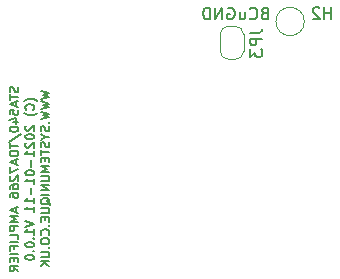
<source format=gbr>
G04 #@! TF.GenerationSoftware,KiCad,Pcbnew,5.1.4+dfsg1-1~bpo10+1*
G04 #@! TF.CreationDate,2020-12-25T00:52:37+00:00*
G04 #@! TF.ProjectId,Multi Watt Amplifier,4d756c74-6920-4576-9174-7420416d706c,rev?*
G04 #@! TF.SameCoordinates,Original*
G04 #@! TF.FileFunction,Legend,Bot*
G04 #@! TF.FilePolarity,Positive*
%FSLAX46Y46*%
G04 Gerber Fmt 4.6, Leading zero omitted, Abs format (unit mm)*
G04 Created by KiCad (PCBNEW 5.1.4+dfsg1-1~bpo10+1) date 2020-12-25 00:52:37*
%MOMM*%
%LPD*%
G04 APERTURE LIST*
%ADD10C,0.187500*%
%ADD11C,0.120000*%
%ADD12C,0.150000*%
G04 APERTURE END LIST*
D10*
X143531071Y-87236428D02*
X143566785Y-87343571D01*
X143566785Y-87522142D01*
X143531071Y-87593571D01*
X143495357Y-87629285D01*
X143423928Y-87665000D01*
X143352500Y-87665000D01*
X143281071Y-87629285D01*
X143245357Y-87593571D01*
X143209642Y-87522142D01*
X143173928Y-87379285D01*
X143138214Y-87307857D01*
X143102500Y-87272142D01*
X143031071Y-87236428D01*
X142959642Y-87236428D01*
X142888214Y-87272142D01*
X142852500Y-87307857D01*
X142816785Y-87379285D01*
X142816785Y-87557857D01*
X142852500Y-87665000D01*
X142816785Y-87879285D02*
X142816785Y-88307857D01*
X143566785Y-88093571D02*
X142816785Y-88093571D01*
X143352500Y-88522142D02*
X143352500Y-88879285D01*
X143566785Y-88450714D02*
X142816785Y-88700714D01*
X143566785Y-88950714D01*
X142816785Y-89557857D02*
X142816785Y-89200714D01*
X143173928Y-89165000D01*
X143138214Y-89200714D01*
X143102500Y-89272142D01*
X143102500Y-89450714D01*
X143138214Y-89522142D01*
X143173928Y-89557857D01*
X143245357Y-89593571D01*
X143423928Y-89593571D01*
X143495357Y-89557857D01*
X143531071Y-89522142D01*
X143566785Y-89450714D01*
X143566785Y-89272142D01*
X143531071Y-89200714D01*
X143495357Y-89165000D01*
X143066785Y-90236428D02*
X143566785Y-90236428D01*
X142781071Y-90057857D02*
X143316785Y-89879285D01*
X143316785Y-90343571D01*
X142816785Y-90772142D02*
X142816785Y-90843571D01*
X142852500Y-90915000D01*
X142888214Y-90950714D01*
X142959642Y-90986428D01*
X143102500Y-91022142D01*
X143281071Y-91022142D01*
X143423928Y-90986428D01*
X143495357Y-90950714D01*
X143531071Y-90915000D01*
X143566785Y-90843571D01*
X143566785Y-90772142D01*
X143531071Y-90700714D01*
X143495357Y-90665000D01*
X143423928Y-90629285D01*
X143281071Y-90593571D01*
X143102500Y-90593571D01*
X142959642Y-90629285D01*
X142888214Y-90665000D01*
X142852500Y-90700714D01*
X142816785Y-90772142D01*
X142781071Y-91879285D02*
X143745357Y-91236428D01*
X142816785Y-92022142D02*
X142816785Y-92450714D01*
X143566785Y-92236428D02*
X142816785Y-92236428D01*
X143566785Y-92700714D02*
X142816785Y-92700714D01*
X142816785Y-92879285D01*
X142852500Y-92986428D01*
X142923928Y-93057857D01*
X142995357Y-93093571D01*
X143138214Y-93129285D01*
X143245357Y-93129285D01*
X143388214Y-93093571D01*
X143459642Y-93057857D01*
X143531071Y-92986428D01*
X143566785Y-92879285D01*
X143566785Y-92700714D01*
X143352500Y-93415000D02*
X143352500Y-93772142D01*
X143566785Y-93343571D02*
X142816785Y-93593571D01*
X143566785Y-93843571D01*
X142816785Y-94022142D02*
X142816785Y-94522142D01*
X143566785Y-94200714D01*
X142888214Y-94772142D02*
X142852500Y-94807857D01*
X142816785Y-94879285D01*
X142816785Y-95057857D01*
X142852500Y-95129285D01*
X142888214Y-95165000D01*
X142959642Y-95200714D01*
X143031071Y-95200714D01*
X143138214Y-95165000D01*
X143566785Y-94736428D01*
X143566785Y-95200714D01*
X142816785Y-95843571D02*
X142816785Y-95700714D01*
X142852500Y-95629285D01*
X142888214Y-95593571D01*
X142995357Y-95522142D01*
X143138214Y-95486428D01*
X143423928Y-95486428D01*
X143495357Y-95522142D01*
X143531071Y-95557857D01*
X143566785Y-95629285D01*
X143566785Y-95772142D01*
X143531071Y-95843571D01*
X143495357Y-95879285D01*
X143423928Y-95915000D01*
X143245357Y-95915000D01*
X143173928Y-95879285D01*
X143138214Y-95843571D01*
X143102500Y-95772142D01*
X143102500Y-95629285D01*
X143138214Y-95557857D01*
X143173928Y-95522142D01*
X143245357Y-95486428D01*
X142816785Y-96557857D02*
X142816785Y-96415000D01*
X142852500Y-96343571D01*
X142888214Y-96307857D01*
X142995357Y-96236428D01*
X143138214Y-96200714D01*
X143423928Y-96200714D01*
X143495357Y-96236428D01*
X143531071Y-96272142D01*
X143566785Y-96343571D01*
X143566785Y-96486428D01*
X143531071Y-96557857D01*
X143495357Y-96593571D01*
X143423928Y-96629285D01*
X143245357Y-96629285D01*
X143173928Y-96593571D01*
X143138214Y-96557857D01*
X143102500Y-96486428D01*
X143102500Y-96343571D01*
X143138214Y-96272142D01*
X143173928Y-96236428D01*
X143245357Y-96200714D01*
X143352500Y-97486428D02*
X143352500Y-97843571D01*
X143566785Y-97415000D02*
X142816785Y-97665000D01*
X143566785Y-97915000D01*
X143566785Y-98165000D02*
X142816785Y-98165000D01*
X143352500Y-98415000D01*
X142816785Y-98665000D01*
X143566785Y-98665000D01*
X143566785Y-99022142D02*
X142816785Y-99022142D01*
X142816785Y-99307857D01*
X142852500Y-99379285D01*
X142888214Y-99415000D01*
X142959642Y-99450714D01*
X143066785Y-99450714D01*
X143138214Y-99415000D01*
X143173928Y-99379285D01*
X143209642Y-99307857D01*
X143209642Y-99022142D01*
X143566785Y-100129285D02*
X143566785Y-99772142D01*
X142816785Y-99772142D01*
X143566785Y-100379285D02*
X142816785Y-100379285D01*
X143173928Y-100986428D02*
X143173928Y-100736428D01*
X143566785Y-100736428D02*
X142816785Y-100736428D01*
X142816785Y-101093571D01*
X143566785Y-101379285D02*
X142816785Y-101379285D01*
X143173928Y-101736428D02*
X143173928Y-101986428D01*
X143566785Y-102093571D02*
X143566785Y-101736428D01*
X142816785Y-101736428D01*
X142816785Y-102093571D01*
X143566785Y-102843571D02*
X143209642Y-102593571D01*
X143566785Y-102415000D02*
X142816785Y-102415000D01*
X142816785Y-102700714D01*
X142852500Y-102772142D01*
X142888214Y-102807857D01*
X142959642Y-102843571D01*
X143066785Y-102843571D01*
X143138214Y-102807857D01*
X143173928Y-102772142D01*
X143209642Y-102700714D01*
X143209642Y-102415000D01*
X145165000Y-88450714D02*
X145129285Y-88415000D01*
X145022142Y-88343571D01*
X144950714Y-88307857D01*
X144843571Y-88272142D01*
X144665000Y-88236428D01*
X144522142Y-88236428D01*
X144343571Y-88272142D01*
X144236428Y-88307857D01*
X144165000Y-88343571D01*
X144057857Y-88415000D01*
X144022142Y-88450714D01*
X144807857Y-89165000D02*
X144843571Y-89129285D01*
X144879285Y-89022142D01*
X144879285Y-88950714D01*
X144843571Y-88843571D01*
X144772142Y-88772142D01*
X144700714Y-88736428D01*
X144557857Y-88700714D01*
X144450714Y-88700714D01*
X144307857Y-88736428D01*
X144236428Y-88772142D01*
X144165000Y-88843571D01*
X144129285Y-88950714D01*
X144129285Y-89022142D01*
X144165000Y-89129285D01*
X144200714Y-89165000D01*
X145165000Y-89415000D02*
X145129285Y-89450714D01*
X145022142Y-89522142D01*
X144950714Y-89557857D01*
X144843571Y-89593571D01*
X144665000Y-89629285D01*
X144522142Y-89629285D01*
X144343571Y-89593571D01*
X144236428Y-89557857D01*
X144165000Y-89522142D01*
X144057857Y-89450714D01*
X144022142Y-89415000D01*
X144200714Y-90522142D02*
X144165000Y-90557857D01*
X144129285Y-90629285D01*
X144129285Y-90807857D01*
X144165000Y-90879285D01*
X144200714Y-90915000D01*
X144272142Y-90950714D01*
X144343571Y-90950714D01*
X144450714Y-90915000D01*
X144879285Y-90486428D01*
X144879285Y-90950714D01*
X144129285Y-91415000D02*
X144129285Y-91486428D01*
X144165000Y-91557857D01*
X144200714Y-91593571D01*
X144272142Y-91629285D01*
X144415000Y-91665000D01*
X144593571Y-91665000D01*
X144736428Y-91629285D01*
X144807857Y-91593571D01*
X144843571Y-91557857D01*
X144879285Y-91486428D01*
X144879285Y-91415000D01*
X144843571Y-91343571D01*
X144807857Y-91307857D01*
X144736428Y-91272142D01*
X144593571Y-91236428D01*
X144415000Y-91236428D01*
X144272142Y-91272142D01*
X144200714Y-91307857D01*
X144165000Y-91343571D01*
X144129285Y-91415000D01*
X144200714Y-91950714D02*
X144165000Y-91986428D01*
X144129285Y-92057857D01*
X144129285Y-92236428D01*
X144165000Y-92307857D01*
X144200714Y-92343571D01*
X144272142Y-92379285D01*
X144343571Y-92379285D01*
X144450714Y-92343571D01*
X144879285Y-91915000D01*
X144879285Y-92379285D01*
X144879285Y-93093571D02*
X144879285Y-92665000D01*
X144879285Y-92879285D02*
X144129285Y-92879285D01*
X144236428Y-92807857D01*
X144307857Y-92736428D01*
X144343571Y-92665000D01*
X144593571Y-93415000D02*
X144593571Y-93986428D01*
X144129285Y-94486428D02*
X144129285Y-94557857D01*
X144165000Y-94629285D01*
X144200714Y-94665000D01*
X144272142Y-94700714D01*
X144415000Y-94736428D01*
X144593571Y-94736428D01*
X144736428Y-94700714D01*
X144807857Y-94665000D01*
X144843571Y-94629285D01*
X144879285Y-94557857D01*
X144879285Y-94486428D01*
X144843571Y-94415000D01*
X144807857Y-94379285D01*
X144736428Y-94343571D01*
X144593571Y-94307857D01*
X144415000Y-94307857D01*
X144272142Y-94343571D01*
X144200714Y-94379285D01*
X144165000Y-94415000D01*
X144129285Y-94486428D01*
X144879285Y-95450714D02*
X144879285Y-95022142D01*
X144879285Y-95236428D02*
X144129285Y-95236428D01*
X144236428Y-95165000D01*
X144307857Y-95093571D01*
X144343571Y-95022142D01*
X144593571Y-95772142D02*
X144593571Y-96343571D01*
X144879285Y-97093571D02*
X144879285Y-96665000D01*
X144879285Y-96879285D02*
X144129285Y-96879285D01*
X144236428Y-96807857D01*
X144307857Y-96736428D01*
X144343571Y-96665000D01*
X144879285Y-97807857D02*
X144879285Y-97379285D01*
X144879285Y-97593571D02*
X144129285Y-97593571D01*
X144236428Y-97522142D01*
X144307857Y-97450714D01*
X144343571Y-97379285D01*
X144129285Y-98593571D02*
X144879285Y-98843571D01*
X144129285Y-99093571D01*
X144879285Y-99736428D02*
X144879285Y-99307857D01*
X144879285Y-99522142D02*
X144129285Y-99522142D01*
X144236428Y-99450714D01*
X144307857Y-99379285D01*
X144343571Y-99307857D01*
X144807857Y-100057857D02*
X144843571Y-100093571D01*
X144879285Y-100057857D01*
X144843571Y-100022142D01*
X144807857Y-100057857D01*
X144879285Y-100057857D01*
X144129285Y-100557857D02*
X144129285Y-100629285D01*
X144165000Y-100700714D01*
X144200714Y-100736428D01*
X144272142Y-100772142D01*
X144415000Y-100807857D01*
X144593571Y-100807857D01*
X144736428Y-100772142D01*
X144807857Y-100736428D01*
X144843571Y-100700714D01*
X144879285Y-100629285D01*
X144879285Y-100557857D01*
X144843571Y-100486428D01*
X144807857Y-100450714D01*
X144736428Y-100415000D01*
X144593571Y-100379285D01*
X144415000Y-100379285D01*
X144272142Y-100415000D01*
X144200714Y-100450714D01*
X144165000Y-100486428D01*
X144129285Y-100557857D01*
X144807857Y-101129285D02*
X144843571Y-101165000D01*
X144879285Y-101129285D01*
X144843571Y-101093571D01*
X144807857Y-101129285D01*
X144879285Y-101129285D01*
X144129285Y-101629285D02*
X144129285Y-101700714D01*
X144165000Y-101772142D01*
X144200714Y-101807857D01*
X144272142Y-101843571D01*
X144415000Y-101879285D01*
X144593571Y-101879285D01*
X144736428Y-101843571D01*
X144807857Y-101807857D01*
X144843571Y-101772142D01*
X144879285Y-101700714D01*
X144879285Y-101629285D01*
X144843571Y-101557857D01*
X144807857Y-101522142D01*
X144736428Y-101486428D01*
X144593571Y-101450714D01*
X144415000Y-101450714D01*
X144272142Y-101486428D01*
X144200714Y-101522142D01*
X144165000Y-101557857D01*
X144129285Y-101629285D01*
X145441785Y-87611428D02*
X146191785Y-87790000D01*
X145656071Y-87932857D01*
X146191785Y-88075714D01*
X145441785Y-88254285D01*
X145441785Y-88468571D02*
X146191785Y-88647142D01*
X145656071Y-88790000D01*
X146191785Y-88932857D01*
X145441785Y-89111428D01*
X145441785Y-89325714D02*
X146191785Y-89504285D01*
X145656071Y-89647142D01*
X146191785Y-89790000D01*
X145441785Y-89968571D01*
X146120357Y-90254285D02*
X146156071Y-90290000D01*
X146191785Y-90254285D01*
X146156071Y-90218571D01*
X146120357Y-90254285D01*
X146191785Y-90254285D01*
X146156071Y-90575714D02*
X146191785Y-90682857D01*
X146191785Y-90861428D01*
X146156071Y-90932857D01*
X146120357Y-90968571D01*
X146048928Y-91004285D01*
X145977500Y-91004285D01*
X145906071Y-90968571D01*
X145870357Y-90932857D01*
X145834642Y-90861428D01*
X145798928Y-90718571D01*
X145763214Y-90647142D01*
X145727500Y-90611428D01*
X145656071Y-90575714D01*
X145584642Y-90575714D01*
X145513214Y-90611428D01*
X145477500Y-90647142D01*
X145441785Y-90718571D01*
X145441785Y-90897142D01*
X145477500Y-91004285D01*
X145834642Y-91468571D02*
X146191785Y-91468571D01*
X145441785Y-91218571D02*
X145834642Y-91468571D01*
X145441785Y-91718571D01*
X146156071Y-91932857D02*
X146191785Y-92040000D01*
X146191785Y-92218571D01*
X146156071Y-92290000D01*
X146120357Y-92325714D01*
X146048928Y-92361428D01*
X145977500Y-92361428D01*
X145906071Y-92325714D01*
X145870357Y-92290000D01*
X145834642Y-92218571D01*
X145798928Y-92075714D01*
X145763214Y-92004285D01*
X145727500Y-91968571D01*
X145656071Y-91932857D01*
X145584642Y-91932857D01*
X145513214Y-91968571D01*
X145477500Y-92004285D01*
X145441785Y-92075714D01*
X145441785Y-92254285D01*
X145477500Y-92361428D01*
X145441785Y-92575714D02*
X145441785Y-93004285D01*
X146191785Y-92790000D02*
X145441785Y-92790000D01*
X145798928Y-93254285D02*
X145798928Y-93504285D01*
X146191785Y-93611428D02*
X146191785Y-93254285D01*
X145441785Y-93254285D01*
X145441785Y-93611428D01*
X146191785Y-93932857D02*
X145441785Y-93932857D01*
X145977500Y-94182857D01*
X145441785Y-94432857D01*
X146191785Y-94432857D01*
X145441785Y-94790000D02*
X146048928Y-94790000D01*
X146120357Y-94825714D01*
X146156071Y-94861428D01*
X146191785Y-94932857D01*
X146191785Y-95075714D01*
X146156071Y-95147142D01*
X146120357Y-95182857D01*
X146048928Y-95218571D01*
X145441785Y-95218571D01*
X146191785Y-95575714D02*
X145441785Y-95575714D01*
X146191785Y-96004285D01*
X145441785Y-96004285D01*
X146191785Y-96361428D02*
X145441785Y-96361428D01*
X146263214Y-97218571D02*
X146227500Y-97147142D01*
X146156071Y-97075714D01*
X146048928Y-96968571D01*
X146013214Y-96897142D01*
X146013214Y-96825714D01*
X146191785Y-96861428D02*
X146156071Y-96790000D01*
X146084642Y-96718571D01*
X145941785Y-96682857D01*
X145691785Y-96682857D01*
X145548928Y-96718571D01*
X145477500Y-96790000D01*
X145441785Y-96861428D01*
X145441785Y-97004285D01*
X145477500Y-97075714D01*
X145548928Y-97147142D01*
X145691785Y-97182857D01*
X145941785Y-97182857D01*
X146084642Y-97147142D01*
X146156071Y-97075714D01*
X146191785Y-97004285D01*
X146191785Y-96861428D01*
X145441785Y-97504285D02*
X146048928Y-97504285D01*
X146120357Y-97540000D01*
X146156071Y-97575714D01*
X146191785Y-97647142D01*
X146191785Y-97790000D01*
X146156071Y-97861428D01*
X146120357Y-97897142D01*
X146048928Y-97932857D01*
X145441785Y-97932857D01*
X145798928Y-98290000D02*
X145798928Y-98540000D01*
X146191785Y-98647142D02*
X146191785Y-98290000D01*
X145441785Y-98290000D01*
X145441785Y-98647142D01*
X146120357Y-98968571D02*
X146156071Y-99004285D01*
X146191785Y-98968571D01*
X146156071Y-98932857D01*
X146120357Y-98968571D01*
X146191785Y-98968571D01*
X146120357Y-99754285D02*
X146156071Y-99718571D01*
X146191785Y-99611428D01*
X146191785Y-99540000D01*
X146156071Y-99432857D01*
X146084642Y-99361428D01*
X146013214Y-99325714D01*
X145870357Y-99290000D01*
X145763214Y-99290000D01*
X145620357Y-99325714D01*
X145548928Y-99361428D01*
X145477500Y-99432857D01*
X145441785Y-99540000D01*
X145441785Y-99611428D01*
X145477500Y-99718571D01*
X145513214Y-99754285D01*
X145441785Y-100218571D02*
X145441785Y-100361428D01*
X145477500Y-100432857D01*
X145548928Y-100504285D01*
X145691785Y-100540000D01*
X145941785Y-100540000D01*
X146084642Y-100504285D01*
X146156071Y-100432857D01*
X146191785Y-100361428D01*
X146191785Y-100218571D01*
X146156071Y-100147142D01*
X146084642Y-100075714D01*
X145941785Y-100040000D01*
X145691785Y-100040000D01*
X145548928Y-100075714D01*
X145477500Y-100147142D01*
X145441785Y-100218571D01*
X146120357Y-100861428D02*
X146156071Y-100897142D01*
X146191785Y-100861428D01*
X146156071Y-100825714D01*
X146120357Y-100861428D01*
X146191785Y-100861428D01*
X145441785Y-101218571D02*
X146048928Y-101218571D01*
X146120357Y-101254285D01*
X146156071Y-101290000D01*
X146191785Y-101361428D01*
X146191785Y-101504285D01*
X146156071Y-101575714D01*
X146120357Y-101611428D01*
X146048928Y-101647142D01*
X145441785Y-101647142D01*
X146191785Y-102004285D02*
X145441785Y-102004285D01*
X146191785Y-102432857D02*
X145763214Y-102111428D01*
X145441785Y-102432857D02*
X145870357Y-102004285D01*
D11*
X160630000Y-84200000D02*
G75*
G03X161330000Y-84900000I700000J0D01*
G01*
X161930000Y-84900000D02*
G75*
G03X162630000Y-84200000I0J700000D01*
G01*
X162630000Y-82800000D02*
G75*
G03X161930000Y-82100000I-700000J0D01*
G01*
X161330000Y-82100000D02*
G75*
G03X160630000Y-82800000I0J-700000D01*
G01*
X161930000Y-82100000D02*
X161330000Y-82100000D01*
X162630000Y-84200000D02*
X162630000Y-82800000D01*
X161330000Y-84900000D02*
X161930000Y-84900000D01*
X160630000Y-82800000D02*
X160630000Y-84200000D01*
X167760000Y-81700000D02*
G75*
G03X167760000Y-81700000I-1200000J0D01*
G01*
D12*
X163192380Y-82676666D02*
X163906666Y-82676666D01*
X164049523Y-82629047D01*
X164144761Y-82533809D01*
X164192380Y-82390952D01*
X164192380Y-82295714D01*
X164192380Y-83152857D02*
X163192380Y-83152857D01*
X163192380Y-83533809D01*
X163240000Y-83629047D01*
X163287619Y-83676666D01*
X163382857Y-83724285D01*
X163525714Y-83724285D01*
X163620952Y-83676666D01*
X163668571Y-83629047D01*
X163716190Y-83533809D01*
X163716190Y-83152857D01*
X163192380Y-84057619D02*
X163192380Y-84676666D01*
X163573333Y-84343333D01*
X163573333Y-84486190D01*
X163620952Y-84581428D01*
X163668571Y-84629047D01*
X163763809Y-84676666D01*
X164001904Y-84676666D01*
X164097142Y-84629047D01*
X164144761Y-84581428D01*
X164192380Y-84486190D01*
X164192380Y-84200476D01*
X164144761Y-84105238D01*
X164097142Y-84057619D01*
X164384761Y-80998571D02*
X164241904Y-81046190D01*
X164194285Y-81093809D01*
X164146666Y-81189047D01*
X164146666Y-81331904D01*
X164194285Y-81427142D01*
X164241904Y-81474761D01*
X164337142Y-81522380D01*
X164718095Y-81522380D01*
X164718095Y-80522380D01*
X164384761Y-80522380D01*
X164289523Y-80570000D01*
X164241904Y-80617619D01*
X164194285Y-80712857D01*
X164194285Y-80808095D01*
X164241904Y-80903333D01*
X164289523Y-80950952D01*
X164384761Y-80998571D01*
X164718095Y-80998571D01*
X163146666Y-81427142D02*
X163194285Y-81474761D01*
X163337142Y-81522380D01*
X163432380Y-81522380D01*
X163575238Y-81474761D01*
X163670476Y-81379523D01*
X163718095Y-81284285D01*
X163765714Y-81093809D01*
X163765714Y-80950952D01*
X163718095Y-80760476D01*
X163670476Y-80665238D01*
X163575238Y-80570000D01*
X163432380Y-80522380D01*
X163337142Y-80522380D01*
X163194285Y-80570000D01*
X163146666Y-80617619D01*
X162289523Y-80855714D02*
X162289523Y-81522380D01*
X162718095Y-80855714D02*
X162718095Y-81379523D01*
X162670476Y-81474761D01*
X162575238Y-81522380D01*
X162432380Y-81522380D01*
X162337142Y-81474761D01*
X162289523Y-81427142D01*
X161289523Y-80570000D02*
X161384761Y-80522380D01*
X161527619Y-80522380D01*
X161670476Y-80570000D01*
X161765714Y-80665238D01*
X161813333Y-80760476D01*
X161860952Y-80950952D01*
X161860952Y-81093809D01*
X161813333Y-81284285D01*
X161765714Y-81379523D01*
X161670476Y-81474761D01*
X161527619Y-81522380D01*
X161432380Y-81522380D01*
X161289523Y-81474761D01*
X161241904Y-81427142D01*
X161241904Y-81093809D01*
X161432380Y-81093809D01*
X160813333Y-81522380D02*
X160813333Y-80522380D01*
X160241904Y-81522380D01*
X160241904Y-80522380D01*
X159765714Y-81522380D02*
X159765714Y-80522380D01*
X159527619Y-80522380D01*
X159384761Y-80570000D01*
X159289523Y-80665238D01*
X159241904Y-80760476D01*
X159194285Y-80950952D01*
X159194285Y-81093809D01*
X159241904Y-81284285D01*
X159289523Y-81379523D01*
X159384761Y-81474761D01*
X159527619Y-81522380D01*
X159765714Y-81522380D01*
X170041904Y-81472380D02*
X170041904Y-80472380D01*
X170041904Y-80948571D02*
X169470476Y-80948571D01*
X169470476Y-81472380D02*
X169470476Y-80472380D01*
X169041904Y-80567619D02*
X168994285Y-80520000D01*
X168899047Y-80472380D01*
X168660952Y-80472380D01*
X168565714Y-80520000D01*
X168518095Y-80567619D01*
X168470476Y-80662857D01*
X168470476Y-80758095D01*
X168518095Y-80900952D01*
X169089523Y-81472380D01*
X168470476Y-81472380D01*
M02*

</source>
